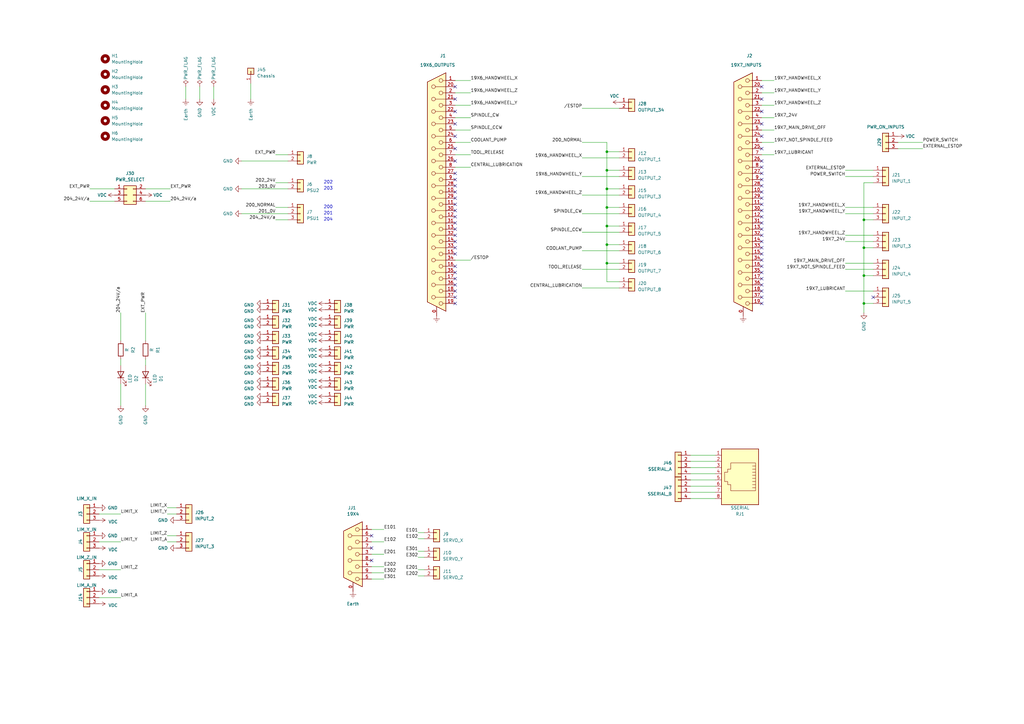
<source format=kicad_sch>
(kicad_sch (version 20230121) (generator eeschema)
  (paper "A3")
  (lib_symbols
    (symbol "Connector:DB37_Female_MountingHoles" (pin_names (offset 1.016) hide)
      (property "Reference" "J" (at 0 52.07 0))
      (property "Value" "DB37_Female_MountingHoles" (at 0 50.165 0))
      (symbol "DB37_Female_MountingHoles_0_1"
        (circle (center -1.778 -45.72) (radius 0.762))
        (circle (center -1.778 -40.64) (radius 0.762))
        (circle (center -1.778 -35.56) (radius 0.762))
        (circle (center -1.778 -30.48) (radius 0.762))
        (circle (center -1.778 -25.4) (radius 0.762))
        (circle (center -1.778 -20.32) (radius 0.762))
        (circle (center -1.778 -15.24) (radius 0.762))
        (circle (center -1.778 -10.16) (radius 0.762))
        (circle (center -1.778 -5.08) (radius 0.762))
        (circle (center -1.778 0) (radius 0.762))
        (circle (center -1.778 5.08) (radius 0.762))
        (circle (center -1.778 10.16) (radius 0.762))
        (circle (center -1.778 15.24) (radius 0.762))
        (circle (center -1.778 20.32) (radius 0.762))
        (circle (center -1.778 25.4) (radius 0.762))
        (circle (center -1.778 30.48) (radius 0.762))
        (circle (center -1.778 35.56) (radius 0.762))
        (circle (center -1.778 40.64) (radius 0.762))
        (circle (center -1.778 45.72) (radius 0.762))
        (polyline (pts (xy -3.81 -45.72) (xy -2.54 -45.72)))
        (polyline (pts (xy -3.81 -43.18) (xy 0.508 -43.18)))
        (polyline (pts (xy -3.81 -40.64) (xy -2.54 -40.64)))
        (polyline (pts (xy -3.81 -38.1) (xy 0.508 -38.1)))
        (polyline (pts (xy -3.81 -35.56) (xy -2.54 -35.56)))
        (polyline (pts (xy -3.81 -33.02) (xy 0.508 -33.02)))
        (polyline (pts (xy -3.81 -30.48) (xy -2.54 -30.48)))
        (polyline (pts (xy -3.81 -27.94) (xy 0.508 -27.94)))
        (polyline (pts (xy -3.81 -25.4) (xy -2.54 -25.4)))
        (polyline (pts (xy -3.81 -22.86) (xy 0.508 -22.86)))
        (polyline (pts (xy -3.81 -20.32) (xy -2.54 -20.32)))
        (polyline (pts (xy -3.81 -17.78) (xy 0.508 -17.78)))
        (polyline (pts (xy -3.81 -15.24) (xy -2.54 -15.24)))
        (polyline (pts (xy -3.81 -12.7) (xy 0.508 -12.7)))
        (polyline (pts (xy -3.81 -10.16) (xy -2.54 -10.16)))
        (polyline (pts (xy -3.81 -7.62) (xy 0.508 -7.62)))
        (polyline (pts (xy -3.81 -5.08) (xy -2.54 -5.08)))
        (polyline (pts (xy -3.81 -2.54) (xy 0.508 -2.54)))
        (polyline (pts (xy -3.81 0) (xy -2.54 0)))
        (polyline (pts (xy -3.81 2.54) (xy 0.508 2.54)))
        (polyline (pts (xy -3.81 5.08) (xy -2.54 5.08)))
        (polyline (pts (xy -3.81 7.62) (xy 0.508 7.62)))
        (polyline (pts (xy -3.81 10.16) (xy -2.54 10.16)))
        (polyline (pts (xy -3.81 12.7) (xy 0.508 12.7)))
        (polyline (pts (xy -3.81 15.24) (xy -2.54 15.24)))
        (polyline (pts (xy -3.81 17.78) (xy 0.508 17.78)))
        (polyline (pts (xy -3.81 20.32) (xy -2.54 20.32)))
        (polyline (pts (xy -3.81 22.86) (xy 0.508 22.86)))
        (polyline (pts (xy -3.81 25.4) (xy -2.54 25.4)))
        (polyline (pts (xy -3.81 27.94) (xy 0.508 27.94)))
        (polyline (pts (xy -3.81 30.48) (xy -2.54 30.48)))
        (polyline (pts (xy -3.81 33.02) (xy 0.508 33.02)))
        (polyline (pts (xy -3.81 35.56) (xy -2.54 35.56)))
        (polyline (pts (xy -3.81 38.1) (xy 0.508 38.1)))
        (polyline (pts (xy -3.81 40.64) (xy -2.54 40.64)))
        (polyline (pts (xy -3.81 43.18) (xy 0.508 43.18)))
        (polyline (pts (xy -3.81 45.72) (xy -2.54 45.72)))
        (polyline (pts (xy -3.81 -48.895) (xy 3.81 -45.085) (xy 3.81 45.085) (xy -3.81 48.895) (xy -3.81 -48.895)) (stroke (width 0.254)) (fill (type background)))
        (circle (center 1.27 -43.18) (radius 0.762))
        (circle (center 1.27 -38.1) (radius 0.762))
        (circle (center 1.27 -33.02) (radius 0.762))
        (circle (center 1.27 -27.94) (radius 0.762))
        (circle (center 1.27 -22.86) (radius 0.762))
        (circle (center 1.27 -17.78) (radius 0.762))
        (circle (center 1.27 -12.7) (radius 0.762))
        (circle (center 1.27 -7.62) (radius 0.762))
        (circle (center 1.27 -2.54) (radius 0.762))
        (circle (center 1.27 2.54) (radius 0.762))
        (circle (center 1.27 7.62) (radius 0.762))
        (circle (center 1.27 12.7) (radius 0.762))
        (circle (center 1.27 17.78) (radius 0.762))
        (circle (center 1.27 22.86) (radius 0.762))
        (circle (center 1.27 27.94) (radius 0.762))
        (circle (center 1.27 33.02) (radius 0.762))
        (circle (center 1.27 38.1) (radius 0.762))
        (circle (center 1.27 43.18) (radius 0.762))
      )
      (symbol "DB37_Female_MountingHoles_1_1"
        (pin passive line (at 0 -50.8 90) (length 3.81) (name "PAD") (number "0"))
        (pin passive line (at -7.62 45.72 0) (length 3.81) (name "1") (number "1"))
        (pin passive line (at -7.62 0 0) (length 3.81) (name "10") (number "10"))
        (pin passive line (at -7.62 -5.08 0) (length 3.81) (name "11") (number "11"))
        (pin passive line (at -7.62 -10.16 0) (length 3.81) (name "12") (number "12"))
        (pin passive line (at -7.62 -15.24 0) (length 3.81) (name "13") (number "13"))
        (pin passive line (at -7.62 -20.32 0) (length 3.81) (name "14") (number "14"))
        (pin passive line (at -7.62 -25.4 0) (length 3.81) (name "15") (number "15"))
        (pin passive line (at -7.62 -30.48 0) (length 3.81) (name "16") (number "16"))
        (pin passive line (at -7.62 -35.56 0) (length 3.81) (name "17") (number "17"))
        (pin passive line (at -7.62 -40.64 0) (length 3.81) (name "18") (number "18"))
        (pin passive line (at -7.62 -45.72 0) (length 3.81) (name "19") (number "19"))
        (pin passive line (at -7.62 40.64 0) (length 3.81) (name "2") (number "2"))
        (pin passive line (at -7.62 43.18 0) (length 3.81) (name "20") (number "20"))
        (pin passive line (at -7.62 38.1 0) (length 3.81) (name "21") (number "21"))
        (pin passive line (at -7.62 33.02 0) (length 3.81) (name "22") (number "22"))
        (pin passive line (at -7.62 27.94 0) (length 3.81) (name "23") (number "23"))
        (pin passive line (at -7.62 22.86 0) (length 3.81) (name "24") (number "24"))
        (pin passive line (at -7.62 17.78 0) (length 3.81) (name "25") (number "25"))
        (pin passive line (at -7.62 12.7 0) (length 3.81) (name "26") (number "26"))
        (pin passive line (at -7.62 7.62 0) (length 3.81) (name "27") (number "27"))
        (pin passive line (at -7.62 2.54 0) (length 3.81) (name "28") (number "28"))
        (pin passive line (at -7.62 -2.54 0) (length 3.81) (name "29") (number "29"))
        (pin passive line (at -7.62 35.56 0) (length 3.81) (name "3") (number "3"))
        (pin passive line (at -7.62 -7.62 0) (length 3.81) (name "30") (number "30"))
        (pin passive line (at -7.62 -12.7 0) (length 3.81) (name "31") (number "31"))
        (pin passive line (at -7.62 -17.78 0) (length 3.81) (name "32") (number "32"))
        (pin passive line (at -7.62 -22.86 0) (length 3.81) (name "33") (number "33"))
        (pin passive line (at -7.62 -27.94 0) (length 3.81) (name "34") (number "34"))
        (pin passive line (at -7.62 -33.02 0) (length 3.81) (name "35") (number "35"))
        (pin passive line (at -7.62 -38.1 0) (length 3.81) (name "36") (number "36"))
        (pin passive line (at -7.62 -43.18 0) (length 3.81) (name "37") (number "37"))
        (pin passive line (at -7.62 30.48 0) (length 3.81) (name "4") (number "4"))
        (pin passive line (at -7.62 25.4 0) (length 3.81) (name "5") (number "5"))
        (pin passive line (at -7.62 20.32 0) (length 3.81) (name "6") (number "6"))
        (pin passive line (at -7.62 15.24 0) (length 3.81) (name "7") (number "7"))
        (pin passive line (at -7.62 10.16 0) (length 3.81) (name "8") (number "8"))
        (pin passive line (at -7.62 5.08 0) (length 3.81) (name "9") (number "9"))
      )
    )
    (symbol "Connector:DE9_Receptacle_MountingHoles" (pin_names (offset 1.016) hide)
      (property "Reference" "J" (at 0 16.51 0))
      (property "Value" "DE9_Receptacle_MountingHoles" (at 0 14.605 0))
      (symbol "DE9_Receptacle_MountingHoles_0_1"
        (circle (center -1.778 -10.16) (radius 0.762))
        (circle (center -1.778 -5.08) (radius 0.762))
        (circle (center -1.778 0) (radius 0.762))
        (circle (center -1.778 5.08) (radius 0.762))
        (circle (center -1.778 10.16) (radius 0.762))
        (polyline (pts (xy -3.81 -10.16) (xy -2.54 -10.16)))
        (polyline (pts (xy -3.81 -7.62) (xy 0.508 -7.62)))
        (polyline (pts (xy -3.81 -5.08) (xy -2.54 -5.08)))
        (polyline (pts (xy -3.81 -2.54) (xy 0.508 -2.54)))
        (polyline (pts (xy -3.81 0) (xy -2.54 0)))
        (polyline (pts (xy -3.81 2.54) (xy 0.508 2.54)))
        (polyline (pts (xy -3.81 5.08) (xy -2.54 5.08)))
        (polyline (pts (xy -3.81 7.62) (xy 0.508 7.62)))
        (polyline (pts (xy -3.81 10.16) (xy -2.54 10.16)))
        (polyline (pts (xy -3.81 13.335) (xy -3.81 -13.335) (xy 3.81 -9.525) (xy 3.81 9.525) (xy -3.81 13.335)) (stroke (width 0.254)) (fill (type background)))
        (circle (center 1.27 -7.62) (radius 0.762))
        (circle (center 1.27 -2.54) (radius 0.762))
        (circle (center 1.27 2.54) (radius 0.762))
        (circle (center 1.27 7.62) (radius 0.762))
      )
      (symbol "DE9_Receptacle_MountingHoles_1_1"
        (pin passive line (at 0 -15.24 90) (length 3.81) (name "PAD") (number "0"))
        (pin passive line (at -7.62 10.16 0) (length 3.81) (name "1") (number "1"))
        (pin passive line (at -7.62 5.08 0) (length 3.81) (name "2") (number "2"))
        (pin passive line (at -7.62 0 0) (length 3.81) (name "3") (number "3"))
        (pin passive line (at -7.62 -5.08 0) (length 3.81) (name "4") (number "4"))
        (pin passive line (at -7.62 -10.16 0) (length 3.81) (name "5") (number "5"))
        (pin passive line (at -7.62 7.62 0) (length 3.81) (name "6") (number "6"))
        (pin passive line (at -7.62 2.54 0) (length 3.81) (name "7") (number "7"))
        (pin passive line (at -7.62 -2.54 0) (length 3.81) (name "8") (number "8"))
        (pin passive line (at -7.62 -7.62 0) (length 3.81) (name "9") (number "9"))
      )
    )
    (symbol "Connector_Generic:Conn_01x01" (pin_names (offset 1.016) hide)
      (property "Reference" "J" (at 0 2.54 0))
      (property "Value" "Conn_01x01" (at 0 -2.54 0))
      (symbol "Conn_01x01_1_1"
        (rectangle (start -1.27 0.127) (end 0 -0.127) (stroke (width 0.1524)))
        (rectangle (start -1.27 1.27) (end 1.27 -1.27) (stroke (width 0.254)) (fill (type background)))
        (pin passive line (at -5.08 0 0) (length 3.81) (name "Pin_1") (number "1"))
      )
    )
    (symbol "Connector_Generic:Conn_01x02" (pin_names (offset 1.016) hide)
      (property "Reference" "J" (at 0 2.54 0))
      (property "Value" "Conn_01x02" (at 0 -5.08 0))
      (symbol "Conn_01x02_1_1"
        (rectangle (start -1.27 -2.413) (end 0 -2.667) (stroke (width 0.1524)))
        (rectangle (start -1.27 0.127) (end 0 -0.127) (stroke (width 0.1524)))
        (rectangle (start -1.27 1.27) (end 1.27 -3.81) (stroke (width 0.254)) (fill (type background)))
        (pin passive line (at -5.08 0 0) (length 3.81) (name "Pin_1") (number "1"))
        (pin passive line (at -5.08 -2.54 0) (length 3.81) (name "Pin_2") (number "2"))
      )
    )
    (symbol "Connector_Generic:Conn_01x03" (pin_names (offset 1.016) hide)
      (property "Reference" "J" (at 0 5.08 0))
      (property "Value" "Conn_01x03" (at 0 -5.08 0))
      (symbol "Conn_01x03_1_1"
        (rectangle (start -1.27 -2.413) (end 0 -2.667) (stroke (width 0.1524)))
        (rectangle (start -1.27 0.127) (end 0 -0.127) (stroke (width 0.1524)))
        (rectangle (start -1.27 2.667) (end 0 2.413) (stroke (width 0.1524)))
        (rectangle (start -1.27 3.81) (end 1.27 -3.81) (stroke (width 0.254)) (fill (type background)))
        (pin passive line (at -5.08 2.54 0) (length 3.81) (name "Pin_1") (number "1"))
        (pin passive line (at -5.08 0 0) (length 3.81) (name "Pin_2") (number "2"))
        (pin passive line (at -5.08 -2.54 0) (length 3.81) (name "Pin_3") (number "3"))
      )
    )
    (symbol "Connector_Generic:Conn_01x04" (pin_names (offset 1.016) hide)
      (property "Reference" "J" (at 0 5.08 0))
      (property "Value" "Conn_01x04" (at 0 -7.62 0))
      (symbol "Conn_01x04_1_1"
        (rectangle (start -1.27 -4.953) (end 0 -5.207) (stroke (width 0.1524)))
        (rectangle (start -1.27 -2.413) (end 0 -2.667) (stroke (width 0.1524)))
        (rectangle (start -1.27 0.127) (end 0 -0.127) (stroke (width 0.1524)))
        (rectangle (start -1.27 2.667) (end 0 2.413) (stroke (width 0.1524)))
        (rectangle (start -1.27 3.81) (end 1.27 -6.35) (stroke (width 0.254)) (fill (type background)))
        (pin passive line (at -5.08 2.54 0) (length 3.81) (name "Pin_1") (number "1"))
        (pin passive line (at -5.08 0 0) (length 3.81) (name "Pin_2") (number "2"))
        (pin passive line (at -5.08 -2.54 0) (length 3.81) (name "Pin_3") (number "3"))
        (pin passive line (at -5.08 -5.08 0) (length 3.81) (name "Pin_4") (number "4"))
      )
    )
    (symbol "Connector_Generic:Conn_02x03_Odd_Even" (pin_names (offset 1.016) hide)
      (property "Reference" "J" (at 1.27 5.08 0))
      (property "Value" "Conn_02x03_Odd_Even" (at 1.27 -5.08 0))
      (symbol "Conn_02x03_Odd_Even_1_1"
        (rectangle (start -1.27 -2.413) (end 0 -2.667) (stroke (width 0.1524)))
        (rectangle (start -1.27 0.127) (end 0 -0.127) (stroke (width 0.1524)))
        (rectangle (start -1.27 2.667) (end 0 2.413) (stroke (width 0.1524)))
        (rectangle (start -1.27 3.81) (end 3.81 -3.81) (stroke (width 0.254)) (fill (type background)))
        (rectangle (start 3.81 -2.413) (end 2.54 -2.667) (stroke (width 0.1524)))
        (rectangle (start 3.81 0.127) (end 2.54 -0.127) (stroke (width 0.1524)))
        (rectangle (start 3.81 2.667) (end 2.54 2.413) (stroke (width 0.1524)))
        (pin passive line (at -5.08 2.54 0) (length 3.81) (name "Pin_1") (number "1"))
        (pin passive line (at 7.62 2.54 180) (length 3.81) (name "Pin_2") (number "2"))
        (pin passive line (at -5.08 0 0) (length 3.81) (name "Pin_3") (number "3"))
        (pin passive line (at 7.62 0 180) (length 3.81) (name "Pin_4") (number "4"))
        (pin passive line (at -5.08 -2.54 0) (length 3.81) (name "Pin_5") (number "5"))
        (pin passive line (at 7.62 -2.54 180) (length 3.81) (name "Pin_6") (number "6"))
      )
    )
    (symbol "Device:LED" (pin_numbers hide) (pin_names (offset 1.016) hide)
      (property "Reference" "D" (at 0 2.54 0))
      (property "Value" "LED" (at 0 -2.54 0))
      (symbol "LED_0_1"
        (polyline (pts (xy -1.27 -1.27) (xy -1.27 1.27)) (stroke (width 0.254)))
        (polyline (pts (xy -1.27 0) (xy 1.27 0)))
        (polyline (pts (xy 1.27 -1.27) (xy 1.27 1.27) (xy -1.27 0) (xy 1.27 -1.27)) (stroke (width 0.254)))
        (polyline (pts (xy -3.048 -0.762) (xy -4.572 -2.286) (xy -3.81 -2.286) (xy -4.572 -2.286) (xy -4.572 -1.524)))
        (polyline (pts (xy -1.778 -0.762) (xy -3.302 -2.286) (xy -2.54 -2.286) (xy -3.302 -2.286) (xy -3.302 -1.524)))
      )
      (symbol "LED_1_1"
        (pin passive line (at -3.81 0 0) (length 2.54) (name "K") (number "1"))
        (pin passive line (at 3.81 0 180) (length 2.54) (name "A") (number "2"))
      )
    )
    (symbol "Device:R" (pin_numbers hide) (pin_names (offset 0))
      (property "Reference" "R" (at 2.032 0 90))
      (property "Value" "R" (at 0 0 90))
      (symbol "R_0_1"
        (rectangle (start -1.016 -2.54) (end 1.016 2.54) (stroke (width 0.254)))
      )
      (symbol "R_1_1"
        (pin passive line (at 0 3.81 270) (length 1.27) (name "~") (number "1"))
        (pin passive line (at 0 -3.81 90) (length 1.27) (name "~") (number "2"))
      )
    )
    (symbol "MTJ-88FX1:MTJ-88FX1" (pin_names (offset 1.016))
      (property "Reference" "RJ" (at -5.08 13.97 0))
      (property "Value" "MTJ-88FX1" (at 2.54 13.97 0))
      (symbol "MTJ-88FX1_0_1"
        (polyline (pts (xy -5.08 4.445) (xy -6.35 4.445)))
        (polyline (pts (xy -5.08 5.715) (xy -6.35 5.715)))
        (polyline (pts (xy -6.35 -3.175) (xy -5.08 -3.175) (xy -5.08 -3.175)))
        (polyline (pts (xy -6.35 -1.905) (xy -5.08 -1.905) (xy -5.08 -1.905)))
        (polyline (pts (xy -6.35 -0.635) (xy -5.08 -0.635) (xy -5.08 -0.635)))
        (polyline (pts (xy -6.35 0.635) (xy -5.08 0.635) (xy -5.08 0.635)))
        (polyline (pts (xy -6.35 1.905) (xy -5.08 1.905) (xy -5.08 1.905)))
        (polyline (pts (xy -5.08 3.175) (xy -6.35 3.175) (xy -6.35 3.175)))
        (polyline (pts (xy -6.35 -4.445) (xy -6.35 6.985) (xy 3.81 6.985) (xy 3.81 4.445) (xy 5.08 4.445) (xy 5.08 3.175) (xy 6.35 3.175) (xy 6.35 -0.635) (xy 5.08 -0.635) (xy 5.08 -1.905) (xy 3.81 -1.905) (xy 3.81 -4.445) (xy -6.35 -4.445) (xy -6.35 -4.445)))
        (rectangle (start 7.62 12.7) (end -7.62 -10.16) (stroke (width 0.254)) (fill (type background)))
      )
      (symbol "MTJ-88FX1_1_1"
        (pin passive line (at 10.16 -7.62 180) (length 2.54) (name "~") (number "1"))
        (pin passive line (at 10.16 -5.08 180) (length 2.54) (name "~") (number "2"))
        (pin passive line (at 10.16 -2.54 180) (length 2.54) (name "~") (number "3"))
        (pin passive line (at 10.16 0 180) (length 2.54) (name "~") (number "4"))
        (pin passive line (at 10.16 2.54 180) (length 2.54) (name "~") (number "5"))
        (pin passive line (at 10.16 5.08 180) (length 2.54) (name "~") (number "6"))
        (pin passive line (at 10.16 7.62 180) (length 2.54) (name "~") (number "7"))
        (pin passive line (at 10.16 10.16 180) (length 2.54) (name "~") (number "8"))
      )
    )
    (symbol "Mechanical:MountingHole" (pin_names (offset 1.016))
      (property "Reference" "H" (at 0 5.08 0))
      (property "Value" "MountingHole" (at 0 3.175 0))
      (symbol "MountingHole_0_1"
        (circle (center 0 0) (radius 1.27) (stroke (width 1.27)))
      )
    )
    (symbol "power:Earth" (power) (pin_names (offset 0))
      (symbol "Earth_0_1"
        (polyline (pts (xy -0.635 -1.905) (xy 0.635 -1.905)))
        (polyline (pts (xy -0.127 -2.54) (xy 0.127 -2.54)))
        (polyline (pts (xy 0 -1.27) (xy 0 0)))
        (polyline (pts (xy 1.27 -1.27) (xy -1.27 -1.27)))
      )
      (symbol "Earth_1_1"
        (pin power_in line (at 0 0 270) (length 0) hide (name "Earth") (number "1"))
      )
    )
    (symbol "power:GND" (power) (pin_names (offset 0))
      (property "Value" "GND" (at 0 -3.81 0))
      (symbol "GND_0_1"
        (polyline (pts (xy 0 0) (xy 0 -1.27) (xy 1.27 -1.27) (xy 0 -2.54) (xy -1.27 -1.27) (xy 0 -1.27)))
      )
      (symbol "GND_1_1"
        (pin power_in line (at 0 0 270) (length 0) hide (name "GND") (number "1"))
      )
    )
    (symbol "power:PWR_FLAG" (power) (pin_numbers hide) (pin_names (offset 0) hide)
      (property "Value" "PWR_FLAG" (at 0 3.81 0))
      (symbol "PWR_FLAG_0_0"
        (pin power_out line (at 0 0 90) (length 0) (name "pwr") (number "1"))
      )
      (symbol "PWR_FLAG_0_1"
        (polyline (pts (xy 0 0) (xy 0 1.27) (xy -1.016 1.905) (xy 0 2.54) (xy 1.016 1.905) (xy 0 1.27)))
      )
    )
    (symbol "power:VDC" (power) (pin_names (offset 0))
      (property "Value" "VDC" (at 0 6.35 0))
      (symbol "VDC_0_1"
        (polyline (pts (xy -0.762 1.27) (xy 0 2.54)))
        (polyline (pts (xy 0 0) (xy 0 2.54)))
        (polyline (pts (xy 0 2.54) (xy 0.762 1.27)))
      )
      (symbol "VDC_1_1"
        (pin power_in line (at 0 0 90) (length 0) hide (name "VDC") (number "1"))
      )
    )
  )
  (junction (at 248.92 62.23))
  (junction (at 248.92 69.85))
  (junction (at 248.92 85.09))
  (junction (at 248.92 107.95))
  (junction (at 354.33 101.6))
  (junction (at 248.92 100.33))
  (junction (at 248.92 77.47))
  (junction (at 354.33 90.17))
  (junction (at 354.33 113.03))
  (junction (at 354.33 124.46))
  (junction (at 248.92 92.71))
  (no_connect (at 312.42 101.6))
  (no_connect (at 312.42 99.06))
  (no_connect (at 186.69 93.98))
  (no_connect (at 312.42 93.98))
  (no_connect (at 312.42 114.3))
  (no_connect (at 312.42 124.46))
  (no_connect (at 186.69 50.8))
  (no_connect (at 186.69 83.82))
  (no_connect (at 186.69 55.88))
  (no_connect (at 312.42 40.64))
  (no_connect (at 186.69 119.38))
  (no_connect (at 312.42 45.72))
  (no_connect (at 312.42 88.9))
  (no_connect (at 312.42 78.74))
  (no_connect (at 152.4 224.79))
  (no_connect (at 186.69 101.6))
  (no_connect (at 186.69 88.9))
  (no_connect (at 312.42 106.68))
  (no_connect (at 312.42 83.82))
  (no_connect (at 312.42 71.12))
  (no_connect (at 186.69 114.3))
  (no_connect (at 312.42 96.52))
  (no_connect (at 312.42 116.84))
  (no_connect (at 312.42 119.38))
  (no_connect (at 312.42 66.04))
  (no_connect (at 186.69 111.76))
  (no_connect (at 186.69 121.92))
  (no_connect (at 312.42 121.92))
  (no_connect (at 312.42 109.22))
  (no_connect (at 186.69 60.96))
  (no_connect (at 312.42 86.36))
  (no_connect (at 186.69 45.72))
  (no_connect (at 186.69 99.06))
  (no_connect (at 186.69 40.64))
  (no_connect (at 186.69 86.36))
  (no_connect (at 186.69 124.46))
  (no_connect (at 312.42 55.88))
  (no_connect (at 152.4 219.71))
  (no_connect (at 186.69 66.04))
  (no_connect (at 186.69 104.14))
  (no_connect (at 186.69 73.66))
  (no_connect (at 312.42 81.28))
  (no_connect (at 312.42 111.76))
  (no_connect (at 186.69 91.44))
  (no_connect (at 312.42 91.44))
  (no_connect (at 186.69 78.74))
  (no_connect (at 186.69 81.28))
  (no_connect (at 312.42 73.66))
  (no_connect (at 186.69 35.56))
  (no_connect (at 312.42 60.96))
  (no_connect (at 358.14 121.92))
  (no_connect (at 312.42 104.14))
  (no_connect (at 186.69 116.84))
  (no_connect (at 312.42 50.8))
  (no_connect (at 312.42 35.56))
  (no_connect (at 186.69 71.12))
  (no_connect (at 186.69 76.2))
  (no_connect (at 186.69 109.22))
  (no_connect (at 312.42 76.2))
  (no_connect (at 186.69 96.52))
  (no_connect (at 312.42 68.58))
  (no_connect (at 152.4 229.87))
  (wire (pts (xy 59.69 128.27) (xy 59.69 139.7)))
  (wire (pts (xy 248.92 85.09) (xy 254 85.09)))
  (wire (pts (xy 346.71 99.06) (xy 358.14 99.06)))
  (wire (pts (xy 358.14 74.93) (xy 354.33 74.93)))
  (wire (pts (xy 317.5 38.1) (xy 312.42 38.1)))
  (wire (pts (xy 248.92 85.09) (xy 248.92 92.71)))
  (wire (pts (xy 248.92 107.95) (xy 254 107.95)))
  (wire (pts (xy 346.71 119.38) (xy 358.14 119.38)))
  (wire (pts (xy 68.58 219.71) (xy 72.39 219.71)))
  (wire (pts (xy 152.4 227.33) (xy 157.48 227.33)))
  (wire (pts (xy 248.92 100.33) (xy 248.92 107.95)))
  (wire (pts (xy 346.71 69.85) (xy 358.14 69.85)))
  (wire (pts (xy 248.92 100.33) (xy 254 100.33)))
  (wire (pts (xy 368.3 58.42) (xy 378.46 58.42)))
  (wire (pts (xy 248.92 115.57) (xy 254 115.57)))
  (wire (pts (xy 248.92 77.47) (xy 248.92 85.09)))
  (wire (pts (xy 317.5 33.02) (xy 312.42 33.02)))
  (wire (pts (xy 238.76 44.45) (xy 254 44.45)))
  (wire (pts (xy 248.92 77.47) (xy 254 77.47)))
  (wire (pts (xy 186.69 53.34) (xy 193.04 53.34)))
  (wire (pts (xy 59.69 82.55) (xy 69.85 82.55)))
  (wire (pts (xy 354.33 128.27) (xy 354.33 124.46)))
  (wire (pts (xy 238.76 72.39) (xy 254 72.39)))
  (wire (pts (xy 354.33 101.6) (xy 354.33 90.17)))
  (wire (pts (xy 102.87 34.29) (xy 102.87 40.64)))
  (wire (pts (xy 283.21 199.39) (xy 293.37 199.39)))
  (wire (pts (xy 152.4 234.95) (xy 157.48 234.95)))
  (wire (pts (xy 99.06 87.63) (xy 118.11 87.63)))
  (wire (pts (xy 238.76 102.87) (xy 254 102.87)))
  (wire (pts (xy 238.76 110.49) (xy 254 110.49)))
  (wire (pts (xy 346.71 107.95) (xy 358.14 107.95)))
  (wire (pts (xy 317.5 43.18) (xy 312.42 43.18)))
  (wire (pts (xy 317.5 53.34) (xy 312.42 53.34)))
  (wire (pts (xy 248.92 58.42) (xy 248.92 62.23)))
  (wire (pts (xy 283.21 191.77) (xy 293.37 191.77)))
  (wire (pts (xy 238.76 118.11) (xy 254 118.11)))
  (wire (pts (xy 248.92 69.85) (xy 254 69.85)))
  (wire (pts (xy 346.71 110.49) (xy 358.14 110.49)))
  (wire (pts (xy 354.33 113.03) (xy 354.33 124.46)))
  (wire (pts (xy 186.69 33.02) (xy 193.04 33.02)))
  (wire (pts (xy 49.53 233.68) (xy 40.64 233.68)))
  (wire (pts (xy 238.76 80.01) (xy 254 80.01)))
  (wire (pts (xy 354.33 113.03) (xy 354.33 101.6)))
  (wire (pts (xy 283.21 186.69) (xy 293.37 186.69)))
  (wire (pts (xy 171.45 218.44) (xy 173.99 218.44)))
  (wire (pts (xy 59.69 77.47) (xy 69.85 77.47)))
  (wire (pts (xy 368.3 60.96) (xy 378.46 60.96)))
  (wire (pts (xy 248.92 62.23) (xy 248.92 69.85)))
  (wire (pts (xy 49.53 222.25) (xy 40.64 222.25)))
  (wire (pts (xy 354.33 101.6) (xy 358.14 101.6)))
  (wire (pts (xy 186.69 106.68) (xy 193.04 106.68)))
  (wire (pts (xy 152.4 217.17) (xy 157.48 217.17)))
  (wire (pts (xy 283.21 204.47) (xy 293.37 204.47)))
  (wire (pts (xy 68.58 222.25) (xy 72.39 222.25)))
  (wire (pts (xy 238.76 95.25) (xy 254 95.25)))
  (wire (pts (xy 248.92 69.85) (xy 248.92 77.47)))
  (wire (pts (xy 113.03 74.93) (xy 118.11 74.93)))
  (wire (pts (xy 113.03 90.17) (xy 118.11 90.17)))
  (wire (pts (xy 49.53 128.27) (xy 49.53 139.7)))
  (wire (pts (xy 113.03 85.09) (xy 118.11 85.09)))
  (wire (pts (xy 283.21 201.93) (xy 293.37 201.93)))
  (wire (pts (xy 171.45 236.22) (xy 173.99 236.22)))
  (wire (pts (xy 346.71 85.09) (xy 358.14 85.09)))
  (wire (pts (xy 113.03 63.5) (xy 118.11 63.5)))
  (wire (pts (xy 59.69 147.32) (xy 59.69 149.86)))
  (wire (pts (xy 59.69 166.37) (xy 59.69 157.48)))
  (wire (pts (xy 346.71 96.52) (xy 358.14 96.52)))
  (wire (pts (xy 49.53 147.32) (xy 49.53 149.86)))
  (wire (pts (xy 186.69 38.1) (xy 193.04 38.1)))
  (wire (pts (xy 171.45 226.06) (xy 173.99 226.06)))
  (wire (pts (xy 238.76 58.42) (xy 248.92 58.42)))
  (wire (pts (xy 68.58 208.28) (xy 72.39 208.28)))
  (wire (pts (xy 152.4 222.25) (xy 157.48 222.25)))
  (wire (pts (xy 354.33 90.17) (xy 358.14 90.17)))
  (wire (pts (xy 186.69 68.58) (xy 193.04 68.58)))
  (wire (pts (xy 76.2 35.56) (xy 76.2 40.64)))
  (wire (pts (xy 152.4 232.41) (xy 157.48 232.41)))
  (wire (pts (xy 248.92 92.71) (xy 248.92 100.33)))
  (wire (pts (xy 171.45 228.6) (xy 173.99 228.6)))
  (wire (pts (xy 283.21 189.23) (xy 293.37 189.23)))
  (wire (pts (xy 186.69 43.18) (xy 193.04 43.18)))
  (wire (pts (xy 171.45 220.98) (xy 173.99 220.98)))
  (wire (pts (xy 99.06 66.04) (xy 118.11 66.04)))
  (wire (pts (xy 346.71 87.63) (xy 358.14 87.63)))
  (wire (pts (xy 186.69 63.5) (xy 193.04 63.5)))
  (wire (pts (xy 354.33 124.46) (xy 358.14 124.46)))
  (wire (pts (xy 283.21 194.31) (xy 293.37 194.31)))
  (wire (pts (xy 248.92 92.71) (xy 254 92.71)))
  (wire (pts (xy 171.45 233.68) (xy 173.99 233.68)))
  (wire (pts (xy 238.76 87.63) (xy 254 87.63)))
  (wire (pts (xy 283.21 196.85) (xy 293.37 196.85)))
  (wire (pts (xy 248.92 107.95) (xy 248.92 115.57)))
  (wire (pts (xy 68.58 210.82) (xy 72.39 210.82)))
  (wire (pts (xy 186.69 58.42) (xy 193.04 58.42)))
  (wire (pts (xy 354.33 113.03) (xy 358.14 113.03)))
  (wire (pts (xy 317.5 63.5) (xy 312.42 63.5)))
  (wire (pts (xy 36.83 82.55) (xy 46.99 82.55)))
  (wire (pts (xy 49.53 245.11) (xy 40.64 245.11)))
  (wire (pts (xy 81.915 35.56) (xy 81.915 40.64)))
  (wire (pts (xy 346.71 72.39) (xy 358.14 72.39)))
  (wire (pts (xy 317.5 48.26) (xy 312.42 48.26)))
  (wire (pts (xy 248.92 62.23) (xy 254 62.23)))
  (wire (pts (xy 152.4 237.49) (xy 157.48 237.49)))
  (wire (pts (xy 238.76 64.77) (xy 254 64.77)))
  (wire (pts (xy 99.06 77.47) (xy 118.11 77.47)))
  (wire (pts (xy 317.5 58.42) (xy 312.42 58.42)))
  (wire (pts (xy 354.33 74.93) (xy 354.33 90.17)))
  (wire (pts (xy 49.53 166.37) (xy 49.53 157.48)))
  (wire (pts (xy 186.69 48.26) (xy 193.04 48.26)))
  (wire (pts (xy 36.83 77.47) (xy 46.99 77.47)))
  (wire (pts (xy 49.53 210.82) (xy 40.64 210.82)))
  (wire (pts (xy 87.63 35.56) (xy 87.63 40.64)))
  (text "204" (at 132.715 90.805 0) (effects (font (size 1.27 1.27)) (justify left bottom)))
  (text "201" (at 132.715 88.265 0) (effects (font (size 1.27 1.27)) (justify left bottom)))
  (text "202" (at 132.715 75.565 0) (effects (font (size 1.27 1.27)) (justify left bottom)))
  (text "203" (at 132.715 78.105 0) (effects (font (size 1.27 1.27)) (justify left bottom)))
  (text "200" (at 132.715 85.725 0) (effects (font (size 1.27 1.27)) (justify left bottom)))
  (label "E302" (at 157.48 234.95 0))
  (label "19X7_24V" (at 346.71 99.06 180))
  (label "LIMIT_Α" (at 68.58 222.25 180))
  (label "LIMIT_Α" (at 49.53 245.11 0))
  (label "E101" (at 171.45 218.44 180))
  (label "19X6_HANDWHEEL_Y" (at 193.04 43.18 0))
  (label "LIMIT_Υ" (at 49.53 222.25 0))
  (label "200_NORMAL" (at 113.03 85.09 180))
  (label "204_24V{slash}a" (at 113.03 90.17 180))
  (label "204_24V{slash}a" (at 49.53 128.27 90))
  (label "SPINDLE_CCW" (at 193.04 53.34 0))
  (label "19X6_HANDWHEEL_X" (at 193.04 33.02 0))
  (label "EXTERNAL_ESTOP" (at 346.71 69.85 180))
  (label "{slash}ESTOP" (at 238.76 44.45 180))
  (label "19X7_NOT_SPINDLE_FEED" (at 346.71 110.49 180))
  (label "203_0V" (at 113.03 77.47 180))
  (label "COOLANT_PUMP" (at 193.04 58.42 0))
  (label "E302" (at 171.45 228.6 180))
  (label "POWER_SWITCH" (at 378.46 58.42 0))
  (label "19X7_HANDWHEEL_Y" (at 346.71 87.63 180))
  (label "EXT_PWR" (at 36.83 77.47 180))
  (label "202_24V" (at 113.03 74.93 180))
  (label "204_24V{slash}a" (at 36.83 82.55 180))
  (label "E101" (at 157.48 217.17 0))
  (label "SPINDLE_CW" (at 193.04 48.26 0))
  (label "19X7_LUBRICANT" (at 317.5 63.5 0))
  (label "CENTRAL_LUBRICATION" (at 193.04 68.58 0))
  (label "201_0V" (at 113.03 87.63 180))
  (label "19X7_NOT_SPINDLE_FEED" (at 317.5 58.42 0))
  (label "EXT_PWR" (at 59.69 128.27 90))
  (label "EXTERNAL_ESTOP" (at 378.46 60.96 0))
  (label "E201" (at 171.45 233.68 180))
  (label "SPINDLE_CCW" (at 238.76 95.25 180))
  (label "E202" (at 157.48 232.41 0))
  (label "19X7_MAIN_DRIVE_OFF" (at 317.5 53.34 0))
  (label "COOLANT_PUMP" (at 238.76 102.87 180))
  (label "LIMIT_Υ" (at 68.58 210.82 180))
  (label "E102" (at 157.48 222.25 0))
  (label "19X7_HANDWHEEL_X" (at 317.5 33.02 0))
  (label "19X7_MAIN_DRIVE_OFF" (at 346.71 107.95 180))
  (label "E301" (at 171.45 226.06 180))
  (label "LIMIT_X" (at 68.58 208.28 180))
  (label "SPINDLE_CW" (at 238.76 87.63 180))
  (label "EXT_PWR" (at 113.03 63.5 180))
  (label "E102" (at 171.45 220.98 180))
  (label "19X6_HANDWHEEL_Z" (at 238.76 80.01 180))
  (label "TOOL_RELEASE" (at 193.04 63.5 0))
  (label "200_NORMAL" (at 238.76 58.42 180))
  (label "19X7_HANDWHEEL_Z" (at 317.5 43.18 0))
  (label "19X7_HANDWHEEL_X" (at 346.71 85.09 180))
  (label "CENTRAL_LUBRICATION" (at 238.76 118.11 180))
  (label "19X6_HANDWHEEL_Z" (at 193.04 38.1 0))
  (label "E301" (at 157.48 237.49 0))
  (label "19X7_LUBRICANT" (at 346.71 119.38 180))
  (label "E202" (at 171.45 236.22 180))
  (label "TOOL_RELEASE" (at 238.76 110.49 180))
  (label "204_24V{slash}a" (at 69.85 82.55 0))
  (label "E201" (at 157.48 227.33 0))
  (label "POWER_SWITCH" (at 346.71 72.39 180))
  (label "19X7_24V" (at 317.5 48.26 0))
  (label "LIMIT_Ζ" (at 68.58 219.71 180))
  (label "LIMIT_Ζ" (at 49.53 233.68 0))
  (label "19X6_HANDWHEEL_X" (at 238.76 64.77 180))
  (label "19X6_HANDWHEEL_Y" (at 238.76 72.39 180))
  (label "{slash}ESTOP" (at 193.04 106.68 0))
  (label "EXT_PWR" (at 69.85 77.47 0))
  (label "LIMIT_X" (at 49.53 210.82 0))
  (label "19X7_HANDWHEEL_Y" (at 317.5 38.1 0))
  (label "19X7_HANDWHEEL_Z" (at 346.71 96.52 180))
  (symbol (lib_id "Connector_Generic:Conn_01x02") (at 113.03 162.56 0) (unit 1)
    (property "Reference" "J37" (at 115.57 163.195 0) (effects (justify left)))
    (property "Value" "PWR" (at 115.57 165.735 0) (effects (justify left)))
    (property "Footprint" "XY2500R-C(5.08)-2P:XY2500R-C(5.08)-2P" (effects hide))
  )
  (symbol (lib_id "power:VDC") (at 40.64 247.65 270) (mirror x) (unit 1)
    (property "Reference" "#PWR018" (effects hide))
    (property "Value" "VDC" (at 44.45 248.285 90) (effects (justify left)))
  )
  (symbol (lib_id "Connector_Generic:Conn_01x03") (at 363.22 58.42 0) (mirror y) (unit 1)
    (property "Reference" "J29" (at 360.68 58.42 90))
    (property "Value" "PWR_ON_INPUTS" (at 363.22 52.07 0))
    (property "Footprint" "XY2500R-C(5.08)-3P:XY2500R-C(5.08)-3P" (effects hide))
  )
  (symbol (lib_id "power:GND") (at 72.39 213.36 270) (mirror x) (unit 1)
    (property "Reference" "#PWR015" (effects hide))
    (property "Value" "GND" (at 64.77 213.36 90) (effects (justify left)))
  )
  (symbol (lib_id "power:VDC") (at 133.35 162.56 90) (mirror x) (unit 1)
    (property "Reference" "#PWR053" (effects hide))
    (property "Value" "VDC" (at 128.27 162.56 90))
  )
  (symbol (lib_id "power:Earth") (at 179.07 129.54 0) (mirror y) (unit 1)
    (property "Reference" "#PWR05" (effects hide))
    (property "Value" "Earth" (effects hide))
  )
  (symbol (lib_id "Device:LED") (at 49.53 153.67 90) (unit 1)
    (property "Reference" "D2" (at 55.88 155.2575 0))
    (property "Value" "LED" (at 53.34 155.2575 0))
    (property "Footprint" "LED_THT:LED_D5.0mm" (effects hide))
  )
  (symbol (lib_id "Mechanical:MountingHole") (at 43.18 30.48 0) (unit 1)
    (property "Reference" "H2" (at 45.72 29.2099 0) (effects (justify left)))
    (property "Value" "MountingHole" (at 45.72 31.7499 0) (effects (justify left)))
    (property "Footprint" "MountingHole:MountingHole_4.5mm" (effects hide))
  )
  (symbol (lib_id "power:VDC") (at 368.3 55.88 270) (mirror x) (unit 1)
    (property "Reference" "#PWR024" (effects hide))
    (property "Value" "VDC" (at 373.38 55.88 90))
  )
  (symbol (lib_id "power:VDC") (at 133.35 133.35 90) (mirror x) (unit 1)
    (property "Reference" "#PWR044" (effects hide))
    (property "Value" "VDC" (at 128.27 133.35 90))
  )
  (symbol (lib_id "Connector_Generic:Conn_01x02") (at 113.03 149.86 0) (unit 1)
    (property "Reference" "J35" (at 115.57 150.495 0) (effects (justify left)))
    (property "Value" "PWR" (at 115.57 153.035 0) (effects (justify left)))
    (property "Footprint" "XY2500R-C(5.08)-2P:XY2500R-C(5.08)-2P" (effects hide))
  )
  (symbol (lib_id "power:GND") (at 81.915 40.64 0) (unit 1)
    (property "Reference" "#PWR03" (effects hide))
    (property "Value" "GND" (at 81.915 48.26 90) (effects (justify left)))
  )
  (symbol (lib_id "power:GND") (at 40.64 208.28 90) (mirror x) (unit 1)
    (property "Reference" "#PWR07" (effects hide))
    (property "Value" "GND" (at 48.26 208.28 90) (effects (justify left)))
  )
  (symbol (lib_id "Connector_Generic:Conn_01x03") (at 123.19 87.63 0) (unit 1)
    (property "Reference" "J7" (at 125.73 86.995 0) (effects (justify left)))
    (property "Value" "PSU1" (at 125.73 89.535 0) (effects (justify left)))
    (property "Footprint" "XY2500R-C(5.08)-3P:XY2500R-C(5.08)-3P" (effects hide))
  )
  (symbol (lib_id "Connector_Generic:Conn_01x02") (at 138.43 143.51 0) (unit 1)
    (property "Reference" "J41" (at 140.97 144.145 0) (effects (justify left)))
    (property "Value" "PWR" (at 140.97 146.685 0) (effects (justify left)))
    (property "Footprint" "XY2500R-C(5.08)-2P:XY2500R-C(5.08)-2P" (effects hide))
  )
  (symbol (lib_id "Connector_Generic:Conn_01x02") (at 179.07 226.06 0) (unit 1)
    (property "Reference" "J10" (at 181.61 226.695 0) (effects (justify left)))
    (property "Value" "SERVO_Y" (at 181.61 229.235 0) (effects (justify left)))
  )
  (symbol (lib_id "Connector_Generic:Conn_01x03") (at 77.47 210.82 0) (unit 1)
    (property "Reference" "J26" (at 80.01 210.185 0) (effects (justify left)))
    (property "Value" "INPUT_2" (at 80.01 212.725 0) (effects (justify left)))
  )
  (symbol (lib_id "power:VDC") (at 87.63 40.64 0) (mirror x) (unit 1)
    (property "Reference" "#PWR023" (effects hide))
    (property "Value" "VDC" (at 87.63 45.72 90))
  )
  (symbol (lib_id "power:Earth") (at 144.78 242.57 0) (mirror y) (unit 1)
    (property "Reference" "#PWR013" (effects hide))
    (property "Value" "Earth" (at 144.78 247.65 0))
  )
  (symbol (lib_id "Connector_Generic:Conn_01x02") (at 138.43 162.56 0) (unit 1)
    (property "Reference" "J44" (at 140.97 163.195 0) (effects (justify left)))
    (property "Value" "PWR" (at 140.97 165.735 0) (effects (justify left)))
    (property "Footprint" "XY2500R-C(5.08)-2P:XY2500R-C(5.08)-2P" (effects hide))
  )
  (symbol (lib_id "power:GND") (at 107.95 124.46 270) (unit 1)
    (property "Reference" "#PWR014" (effects hide))
    (property "Value" "GND" (at 104.14 125.095 90) (effects (justify right)))
  )
  (symbol (lib_id "power:VDC") (at 133.35 143.51 90) (mirror x) (unit 1)
    (property "Reference" "#PWR047" (effects hide))
    (property "Value" "VDC" (at 128.27 143.51 90))
  )
  (symbol (lib_id "power:GND") (at 107.95 162.56 270) (unit 1)
    (property "Reference" "#PWR039" (effects hide))
    (property "Value" "GND" (at 104.14 163.195 90) (effects (justify right)))
  )
  (symbol (lib_id "power:GND") (at 40.64 231.14 90) (mirror x) (unit 1)
    (property "Reference" "#PWR011" (effects hide))
    (property "Value" "GND" (at 48.26 231.14 90) (effects (justify left)))
  )
  (symbol (lib_id "Connector_Generic:Conn_01x02") (at 259.08 107.95 0) (unit 1)
    (property "Reference" "J19" (at 261.62 108.585 0) (effects (justify left)))
    (property "Value" "OUTPUT_7" (at 261.62 111.125 0) (effects (justify left)))
  )
  (symbol (lib_id "power:GND") (at 107.95 152.4 270) (unit 1)
    (property "Reference" "#PWR036" (effects hide))
    (property "Value" "GND" (at 104.14 153.035 90) (effects (justify right)))
  )
  (symbol (lib_id "power:GND") (at 72.39 224.79 270) (mirror x) (unit 1)
    (property "Reference" "#PWR016" (effects hide))
    (property "Value" "GND" (at 64.77 224.79 90) (effects (justify left)))
  )
  (symbol (lib_id "power:PWR_FLAG") (at 87.63 35.56 0) (unit 1)
    (property "Reference" "#FLG03" (effects hide))
    (property "Value" "PWR_FLAG" (at 87.63 27.94 90))
  )
  (symbol (lib_id "Connector_Generic:Conn_01x02") (at 113.03 124.46 0) (unit 1)
    (property "Reference" "J31" (at 115.57 125.095 0) (effects (justify left)))
    (property "Value" "PWR" (at 115.57 127.635 0) (effects (justify left)))
    (property "Footprint" "XY2500R-C(5.08)-2P:XY2500R-C(5.08)-2P" (effects hide))
  )
  (symbol (lib_id "Device:R") (at 59.69 143.51 0) (unit 1)
    (property "Reference" "R1" (at 64.77 143.51 90))
    (property "Value" "R" (at 62.23 143.51 90))
    (property "Footprint" "Resistor_THT:R_Axial_DIN0207_L6.3mm_D2.5mm_P10.16mm_Horizontal" (effects hide))
  )
  (symbol (lib_id "Connector_Generic:Conn_01x03") (at 363.22 110.49 0) (unit 1)
    (property "Reference" "J24" (at 365.76 109.855 0) (effects (justify left)))
    (property "Value" "INPUT_4" (at 365.76 112.395 0) (effects (justify left)))
  )
  (symbol (lib_id "Connector_Generic:Conn_01x02") (at 138.43 156.21 0) (unit 1)
    (property "Reference" "J43" (at 140.97 156.845 0) (effects (justify left)))
    (property "Value" "PWR" (at 140.97 159.385 0) (effects (justify left)))
    (property "Footprint" "XY2500R-C(5.08)-2P:XY2500R-C(5.08)-2P" (effects hide))
  )
  (symbol (lib_id "power:GND") (at 107.95 165.1 270) (unit 1)
    (property "Reference" "#PWR040" (effects hide))
    (property "Value" "GND" (at 104.14 165.735 90) (effects (justify right)))
  )
  (symbol (lib_id "power:VDC") (at 133.35 139.7 90) (mirror x) (unit 1)
    (property "Reference" "#PWR046" (effects hide))
    (property "Value" "VDC" (at 128.27 139.7 90))
  )
  (symbol (lib_id "Connector_Generic:Conn_01x03") (at 363.22 87.63 0) (unit 1)
    (property "Reference" "J22" (at 365.76 86.995 0) (effects (justify left)))
    (property "Value" "INPUT_2" (at 365.76 89.535 0) (effects (justify left)))
  )
  (symbol (lib_id "Mechanical:MountingHole") (at 43.18 49.53 0) (unit 1)
    (property "Reference" "H5" (at 45.72 48.2599 0) (effects (justify left)))
    (property "Value" "MountingHole" (at 45.72 50.7999 0) (effects (justify left)))
    (property "Footprint" "MountingHole:MountingHole_4.5mm" (effects hide))
  )
  (symbol (lib_id "power:VDC") (at 254 41.91 90) (mirror x) (unit 1)
    (property "Reference" "#PWR019" (effects hide))
    (property "Value" "VDC" (at 254 39.37 90) (effects (justify left)))
  )
  (symbol (lib_id "Connector_Generic:Conn_01x03") (at 35.56 245.11 0) (mirror y) (unit 1)
    (property "Reference" "J14" (at 33.02 245.11 90))
    (property "Value" "LIM_Α_ΙΝ" (at 35.56 240.03 0))
    (property "Footprint" "XY2500R-C(5.08)-3P:XY2500R-C(5.08)-3P" (effects hide))
  )
  (symbol (lib_id "Connector_Generic:Conn_01x02") (at 259.08 115.57 0) (unit 1)
    (property "Reference" "J20" (at 261.62 116.205 0) (effects (justify left)))
    (property "Value" "OUTPUT_8" (at 261.62 118.745 0) (effects (justify left)))
  )
  (symbol (lib_id "power:VDC") (at 133.35 149.86 90) (mirror x) (unit 1)
    (property "Reference" "#PWR049" (effects hide))
    (property "Value" "VDC" (at 128.27 149.86 90))
  )
  (symbol (lib_id "power:GND") (at 40.64 219.71 90) (mirror x) (unit 1)
    (property "Reference" "#PWR09" (effects hide))
    (property "Value" "GND" (at 48.26 219.71 90) (effects (justify left)))
  )
  (symbol (lib_id "power:GND") (at 99.06 66.04 270) (unit 1)
    (property "Reference" "#PWR022" (effects hide))
    (property "Value" "GND" (at 91.44 66.04 90) (effects (justify left)))
  )
  (symbol (lib_id "power:VDC") (at 133.35 158.75 90) (mirror x) (unit 1)
    (property "Reference" "#PWR052" (effects hide))
    (property "Value" "VDC" (at 128.27 158.75 90))
  )
  (symbol (lib_id "Connector_Generic:Conn_01x02") (at 123.19 74.93 0) (unit 1)
    (property "Reference" "J6" (at 125.73 75.565 0) (effects (justify left)))
    (property "Value" "PSU2" (at 125.73 78.105 0) (effects (justify left)))
    (property "Footprint" "XY2500R-C(5.08)-2P:XY2500R-C(5.08)-2P" (effects hide))
  )
  (symbol (lib_id "power:GND") (at 40.64 242.57 90) (mirror x) (unit 1)
    (property "Reference" "#PWR017" (effects hide))
    (property "Value" "GND" (at 48.26 242.57 90) (effects (justify left)))
  )
  (symbol (lib_id "power:Earth") (at 304.8 129.54 0) (mirror y) (unit 1)
    (property "Reference" "#PWR06" (effects hide))
    (property "Value" "Earth" (effects hide))
  )
  (symbol (lib_id "power:GND") (at 107.95 146.05 270) (unit 1)
    (property "Reference" "#PWR034" (effects hide))
    (property "Value" "GND" (at 104.14 146.685 90) (effects (justify right)))
  )
  (symbol (lib_id "Mechanical:MountingHole") (at 43.18 24.13 0) (unit 1)
    (property "Reference" "H1" (at 45.72 22.8599 0) (effects (justify left)))
    (property "Value" "MountingHole" (at 45.72 25.3999 0) (effects (justify left)))
    (property "Footprint" "MountingHole:MountingHole_4.5mm" (effects hide))
  )
  (symbol (lib_id "power:Earth") (at 76.2 40.64 0) (unit 1)
    (property "Reference" "#PWR02" (effects hide))
    (property "Value" "Earth" (at 76.2 46.99 90))
  )
  (symbol (lib_id "power:VDC") (at 133.35 137.16 90) (mirror x) (unit 1)
    (property "Reference" "#PWR045" (effects hide))
    (property "Value" "VDC" (at 128.27 137.16 90))
  )
  (symbol (lib_id "power:GND") (at 107.95 158.75 270) (unit 1)
    (property "Reference" "#PWR038" (effects hide))
    (property "Value" "GND" (at 104.14 159.385 90) (effects (justify right)))
  )
  (symbol (lib_id "power:GND") (at 99.06 77.47 270) (unit 1)
    (property "Reference" "#PWR026" (effects hide))
    (property "Value" "GND" (at 91.44 77.47 90) (effects (justify left)))
  )
  (symbol (lib_id "Connector_Generic:Conn_01x02") (at 113.03 156.21 0) (unit 1)
    (property "Reference" "J36" (at 115.57 156.845 0) (effects (justify left)))
    (property "Value" "PWR" (at 115.57 159.385 0) (effects (justify left)))
    (property "Footprint" "XY2500R-C(5.08)-2P:XY2500R-C(5.08)-2P" (effects hide))
  )
  (symbol (lib_id "power:GND") (at 107.95 130.81 270) (unit 1)
    (property "Reference" "#PWR029" (effects hide))
    (property "Value" "GND" (at 104.14 131.445 90) (effects (justify right)))
  )
  (symbol (lib_id "Connector_Generic:Conn_01x02") (at 259.08 77.47 0) (unit 1)
    (property "Reference" "J15" (at 261.62 78.105 0) (effects (justify left)))
    (property "Value" "OUTPUT_3" (at 261.62 80.645 0) (effects (justify left)))
  )
  (symbol (lib_id "Connector_Generic:Conn_01x01") (at 102.87 29.21 90) (unit 1)
    (property "Reference" "J45" (at 105.41 28.575 90) (effects (justify right)))
    (property "Value" "Chassis" (at 105.41 31.115 90) (effects (justify right)))
  )
  (symbol (lib_id "power:VDC") (at 133.35 130.81 90) (mirror x) (unit 1)
    (property "Reference" "#PWR043" (effects hide))
    (property "Value" "VDC" (at 128.27 130.81 90))
  )
  (symbol (lib_id "Connector_Generic:Conn_01x02") (at 113.03 130.81 0) (unit 1)
    (property "Reference" "J32" (at 115.57 131.445 0) (effects (justify left)))
    (property "Value" "PWR" (at 115.57 133.985 0) (effects (justify left)))
    (property "Footprint" "XY2500R-C(5.08)-2P:XY2500R-C(5.08)-2P" (effects hide))
  )
  (symbol (lib_id "Connector_Generic:Conn_01x03") (at 363.22 99.06 0) (unit 1)
    (property "Reference" "J23" (at 365.76 98.425 0) (effects (justify left)))
    (property "Value" "INPUT_3" (at 365.76 100.965 0) (effects (justify left)))
  )
  (symbol (lib_id "Connector_Generic:Conn_01x03") (at 35.56 210.82 0) (mirror y) (unit 1)
    (property "Reference" "J3" (at 33.02 210.82 90))
    (property "Value" "LIM_X_ΙΝ" (at 35.56 204.47 0))
    (property "Footprint" "XY2500R-C(5.08)-3P:XY2500R-C(5.08)-3P" (effects hide))
  )
  (symbol (lib_id "Connector_Generic:Conn_01x02") (at 138.43 149.86 0) (unit 1)
    (property "Reference" "J42" (at 140.97 150.495 0) (effects (justify left)))
    (property "Value" "PWR" (at 140.97 153.035 0) (effects (justify left)))
    (property "Footprint" "XY2500R-C(5.08)-2P:XY2500R-C(5.08)-2P" (effects hide))
  )
  (symbol (lib_id "power:Earth") (at 102.87 40.64 0) (unit 1)
    (property "Reference" "#PWR055" (effects hide))
    (property "Value" "Earth" (at 102.87 46.99 90))
  )
  (symbol (lib_id "power:GND") (at 107.95 133.35 270) (unit 1)
    (property "Reference" "#PWR030" (effects hide))
    (property "Value" "GND" (at 104.14 133.985 90) (effects (justify right)))
  )
  (symbol (lib_id "Device:R") (at 49.53 143.51 0) (unit 1)
    (property "Reference" "R2" (at 54.61 143.51 90))
    (property "Value" "R" (at 52.07 143.51 90))
    (property "Footprint" "Resistor_THT:R_Axial_DIN0207_L6.3mm_D2.5mm_P10.16mm_Horizontal" (effects hide))
  )
  (symbol (lib_id "Connector_Generic:Conn_01x02") (at 259.08 92.71 0) (unit 1)
    (property "Reference" "J17" (at 261.62 93.345 0) (effects (justify left)))
    (property "Value" "OUTPUT_5" (at 261.62 95.885 0) (effects (justify left)))
  )
  (symbol (lib_id "power:VDC") (at 133.35 124.46 90) (mirror x) (unit 1)
    (property "Reference" "#PWR041" (effects hide))
    (property "Value" "VDC" (at 128.27 124.46 90))
  )
  (symbol (lib_id "power:VDC") (at 40.64 236.22 270) (mirror x) (unit 1)
    (property "Reference" "#PWR012" (effects hide))
    (property "Value" "VDC" (at 44.45 236.855 90) (effects (justify left)))
  )
  (symbol (lib_id "Connector_Generic:Conn_01x03") (at 363.22 72.39 0) (unit 1)
    (property "Reference" "J21" (at 365.76 71.755 0) (effects (justify left)))
    (property "Value" "INPUT_1" (at 365.76 74.295 0) (effects (justify left)))
  )
  (symbol (lib_id "Connector_Generic:Conn_01x03") (at 363.22 121.92 0) (unit 1)
    (property "Reference" "J25" (at 365.76 121.285 0) (effects (justify left)))
    (property "Value" "INPUT_5" (at 365.76 123.825 0) (effects (justify left)))
  )
  (symbol (lib_id "power:GND") (at 107.95 139.7 270) (unit 1)
    (property "Reference" "#PWR032" (effects hide))
    (property "Value" "GND" (at 104.14 140.335 90) (effects (justify right)))
  )
  (symbol (lib_id "power:GND") (at 107.95 156.21 270) (unit 1)
    (property "Reference" "#PWR037" (effects hide))
    (property "Value" "GND" (at 104.14 156.845 90) (effects (justify right)))
  )
  (symbol (lib_id "power:VDC") (at 46.99 80.01 90) (mirror x) (unit 1)
    (property "Reference" "#PWR025" (effects hide))
    (property "Value" "VDC" (at 41.91 80.01 90))
  )
  (symbol (lib_id "power:VDC") (at 133.35 156.21 90) (mirror x) (unit 1)
    (property "Reference" "#PWR051" (effects hide))
    (property "Value" "VDC" (at 128.27 156.21 90))
  )
  (symbol (lib_id "Connector:DE9_Receptacle_MountingHoles") (at 144.78 227.33 0) (mirror y) (unit 1)
    (property "Reference" "JJ1" (at 146.05 208.28 0) (effects (justify left)))
    (property "Value" "19X4" (at 147.32 210.82 0) (effects (justify left)))
    (property "Footprint" "Connector_Dsub:DSUB-9_Female_Vertical_P2.77x2.84mm_MountingHoles" (effects hide))
    (property "Datasheet" " ~" (effects hide))
  )
  (symbol (lib_id "Connector_Generic:Conn_01x02") (at 179.07 233.68 0) (unit 1)
    (property "Reference" "J11" (at 181.61 234.315 0) (effects (justify left)))
    (property "Value" "SERVO_Z" (at 181.61 236.855 0) (effects (justify left)))
  )
  (symbol (lib_id "Connector:DB37_Female_MountingHoles") (at 304.8 78.74 0) (mirror y) (unit 1)
    (property "Reference" "J2" (at 308.61 22.86 0) (effects (justify left)))
    (property "Value" "19X7_INPUTS" (at 312.42 26.67 0) (effects (justify left)))
    (property "Footprint" "Connector_Dsub:DSUB-37_Female_Vertical_P2.77x2.84mm_MountingHoles" (effects hide))
    (property "Datasheet" " ~" (effects hide))
  )
  (symbol (lib_id "power:GND") (at 107.95 143.51 270) (unit 1)
    (property "Reference" "#PWR033" (effects hide))
    (property "Value" "GND" (at 104.14 144.145 90) (effects (justify right)))
  )
  (symbol (lib_id "Connector_Generic:Conn_01x02") (at 113.03 143.51 0) (unit 1)
    (property "Reference" "J34" (at 115.57 144.145 0) (effects (justify left)))
    (property "Value" "PWR" (at 115.57 146.685 0) (effects (justify left)))
    (property "Footprint" "XY2500R-C(5.08)-2P:XY2500R-C(5.08)-2P" (effects hide))
  )
  (symbol (lib_id "Connector_Generic:Conn_01x02") (at 259.08 41.91 0) (unit 1)
    (property "Reference" "J28" (at 261.62 42.545 0) (effects (justify left)))
    (property "Value" "OUTPUT_34" (at 261.62 45.085 0) (effects (justify left)))
  )
  (symbol (lib_id "Connector_Generic:Conn_01x02") (at 179.07 218.44 0) (unit 1)
    (property "Reference" "J9" (at 181.61 219.075 0) (effects (justify left)))
    (property "Value" "SERVO_X" (at 181.61 221.615 0) (effects (justify left)))
  )
  (symbol (lib_id "Connector_Generic:Conn_01x02") (at 259.08 85.09 0) (unit 1)
    (property "Reference" "J16" (at 261.62 85.725 0) (effects (justify left)))
    (property "Value" "OUTPUT_4" (at 261.62 88.265 0) (effects (justify left)))
  )
  (symbol (lib_id "power:GND") (at 354.33 128.27 0) (mirror y) (unit 1)
    (property "Reference" "#PWR020" (effects hide))
    (property "Value" "GND" (at 354.33 135.89 90) (effects (justify left)))
  )
  (symbol (lib_id "Mechanical:MountingHole") (at 43.18 36.83 0) (unit 1)
    (property "Reference" "H3" (at 45.72 35.5599 0) (effects (justify left)))
    (property "Value" "MountingHole" (at 45.72 38.0999 0) (effects (justify left)))
    (property "Footprint" "MountingHole:MountingHole_4.5mm" (effects hide))
  )
  (symbol (lib_id "Connector_Generic:Conn_02x03_Odd_Even") (at 52.07 80.01 0) (unit 1)
    (property "Reference" "J30" (at 53.34 71.12 0))
    (property "Value" "PWR_SELECT" (at 53.34 73.66 0))
    (property "Footprint" "Connector_PinSocket_2.54mm:PinSocket_2x03_P2.54mm_Vertical" (effects hide))
  )
  (symbol (lib_id "Device:LED") (at 59.69 153.67 90) (unit 1)
    (property "Reference" "D1" (at 66.04 155.2575 0))
    (property "Value" "LED" (at 63.5 155.2575 0))
    (property "Footprint" "LED_THT:LED_D5.0mm" (effects hide))
  )
  (symbol (lib_id "Connector_Generic:Conn_01x02") (at 113.03 137.16 0) (unit 1)
    (property "Reference" "J33" (at 115.57 137.795 0) (effects (justify left)))
    (property "Value" "PWR" (at 115.57 140.335 0) (effects (justify left)))
    (property "Footprint" "XY2500R-C(5.08)-2P:XY2500R-C(5.08)-2P" (effects hide))
  )
  (symbol (lib_id "Connector_Generic:Conn_01x02") (at 138.43 130.81 0) (unit 1)
    (property "Reference" "J39" (at 140.97 131.445 0) (effects (justify left)))
    (property "Value" "PWR" (at 140.97 133.985 0) (effects (justify left)))
    (property "Footprint" "XY2500R-C(5.08)-2P:XY2500R-C(5.08)-2P" (effects hide))
  )
  (symbol (lib_id "Connector:DB37_Female_MountingHoles") (at 179.07 78.74 0) (mirror y) (unit 1)
    (property "Reference" "J1" (at 182.88 22.86 0) (effects (justify left)))
    (property "Value" "19X6_OUTPUTS" (at 186.69 26.67 0) (effects (justify left)))
    (property "Footprint" "Connector_Dsub:DSUB-37_Female_Vertical_P2.77x2.84mm_MountingHoles" (effects hide))
    (property "Datasheet" " ~" (effects hide))
  )
  (symbol (lib_id "power:VDC") (at 133.35 165.1 90) (mirror x) (unit 1)
    (property "Reference" "#PWR054" (effects hide))
    (property "Value" "VDC" (at 128.27 165.1 90))
  )
  (symbol (lib_id "power:VDC") (at 133.35 146.05 90) (mirror x) (unit 1)
    (property "Reference" "#PWR048" (effects hide))
    (property "Value" "VDC" (at 128.27 146.05 90))
  )
  (symbol (lib_id "Mechanical:MountingHole") (at 43.18 43.18 0) (unit 1)
    (property "Reference" "H4" (at 45.72 41.9099 0) (effects (justify left)))
    (property "Value" "MountingHole" (at 45.72 44.4499 0) (effects (justify left)))
    (property "Footprint" "MountingHole:MountingHole_4.5mm" (effects hide))
  )
  (symbol (lib_id "power:PWR_FLAG") (at 81.915 35.56 0) (unit 1)
    (property "Reference" "#FLG02" (effects hide))
    (property "Value" "PWR_FLAG" (at 81.915 27.94 90))
  )
  (symbol (lib_id "power:PWR_FLAG") (at 76.2 35.56 0) (unit 1)
    (property "Reference" "#FLG01" (effects hide))
    (property "Value" "PWR_FLAG" (at 76.2 27.94 90))
  )
  (symbol (lib_id "Connector_Generic:Conn_01x02") (at 123.19 63.5 0) (unit 1)
    (property "Reference" "J8" (at 125.73 64.135 0) (effects (justify left)))
    (property "Value" "PWR" (at 125.73 66.675 0) (effects (justify left)))
    (property "Footprint" "XY2500R-C(5.08)-2P:XY2500R-C(5.08)-2P" (effects hide))
  )
  (symbol (lib_id "power:VDC") (at 40.64 224.79 270) (mirror x) (unit 1)
    (property "Reference" "#PWR010" (effects hide))
    (property "Value" "VDC" (at 44.45 225.425 90) (effects (justify left)))
  )
  (symbol (lib_id "power:VDC") (at 133.35 152.4 90) (mirror x) (unit 1)
    (property "Reference" "#PWR050" (effects hide))
    (property "Value" "VDC" (at 128.27 152.4 90))
  )
  (symbol (lib_id "power:GND") (at 107.95 149.86 270) (unit 1)
    (property "Reference" "#PWR035" (effects hide))
    (property "Value" "GND" (at 104.14 150.495 90) (effects (justify right)))
  )
  (symbol (lib_id "power:GND") (at 59.69 166.37 0) (unit 1)
    (property "Reference" "#PWR01" (effects hide))
    (property "Value" "GND" (at 59.6901 170.18 90) (effects (justify right)))
  )
  (symbol (lib_id "power:VDC") (at 59.69 80.01 270) (mirror x) (unit 1)
    (property "Reference" "#PWR021" (effects hide))
    (property "Value" "VDC" (at 64.77 80.01 90))
  )
  (symbol (lib_id "Connector_Generic:Conn_01x03") (at 35.56 233.68 0) (mirror y) (unit 1)
    (property "Reference" "J5" (at 33.02 233.68 90))
    (property "Value" "LIM_Z_ΙΝ" (at 35.56 228.6 0))
    (property "Footprint" "XY2500R-C(5.08)-3P:XY2500R-C(5.08)-3P" (effects hide))
  )
  (symbol (lib_id "Connector_Generic:Conn_01x02") (at 259.08 100.33 0) (unit 1)
    (property "Reference" "J18" (at 261.62 100.965 0) (effects (justify left)))
    (property "Value" "OUTPUT_6" (at 261.62 103.505 0) (effects (justify left)))
  )
  (symbol (lib_id "power:VDC") (at 40.64 213.36 270) (mirror x) (unit 1)
    (property "Reference" "#PWR08" (effects hide))
    (property "Value" "VDC" (at 44.45 213.995 90) (effects (justify left)))
  )
  (symbol (lib_id "Connector_Generic:Conn_01x02") (at 259.08 69.85 0) (unit 1)
    (property "Reference" "J13" (at 261.62 70.485 0) (effects (justify left)))
    (property "Value" "OUTPUT_2" (at 261.62 73.025 0) (effects (justify left)))
  )
  (symbol (lib_id "Connector_Generic:Conn_01x02") (at 259.08 62.23 0) (unit 1)
    (property "Reference" "J12" (at 261.62 62.865 0) (effects (justify left)))
    (property "Value" "OUTPUT_1" (at 261.62 65.405 0) (effects (justify left)))
  )
  (symbol (lib_id "power:GND") (at 107.95 127 270) (unit 1)
    (property "Reference" "#PWR028" (effects hide))
    (property "Value" "GND" (at 104.14 127.635 90) (effects (justify right)))
  )
  (symbol (lib_id "Connector_Generic:Conn_01x02") (at 138.43 137.16 0) (unit 1)
    (property "Reference" "J40" (at 140.97 137.795 0) (effects (justify left)))
    (property "Value" "PWR" (at 140.97 140.335 0) (effects (justify left)))
    (property "Footprint" "XY2500R-C(5.08)-2P:XY2500R-C(5.08)-2P" (effects hide))
  )
  (symbol (lib_id "power:GND") (at 99.06 87.63 270) (unit 1)
    (property "Reference" "#PWR027" (effects hide))
    (property "Value" "GND" (at 91.44 87.63 90) (effects (justify left)))
  )
  (symbol (lib_id "power:VDC") (at 133.35 127 90) (mirror x) (unit 1)
    (property "Reference" "#PWR042" (effects hide))
    (property "Value" "VDC" (at 128.27 127 90))
  )
  (symbol (lib_id "power:GND") (at 107.95 137.16 270) (unit 1)
    (property "Reference" "#PWR031" (effects hide))
    (property "Value" "GND" (at 104.14 137.795 90) (effects (justify right)))
  )
  (symbol (lib_id "Connector_Generic:Conn_01x03") (at 77.47 222.25 0) (unit 1)
    (property "Reference" "J27" (at 80.01 221.615 0) (effects (justify left)))
    (property "Value" "INPUT_3" (at 80.01 224.155 0) (effects (justify left)))
  )
  (symbol (lib_id "Mechanical:MountingHole") (at 43.18 55.88 0) (unit 1)
    (property "Reference" "H6" (at 45.72 54.6099 0) (effects (justify left)))
    (property "Value" "MountingHole" (at 45.72 57.1499 0) (effects (justify left)))
    (property "Footprint" "MountingHole:MountingHole_4.5mm" (effects hide))
  )
  (symbol (lib_id "MTJ-88FX1:MTJ-88FX1") (at 303.53 194.31 180) (unit 1)
    (property "Reference" "RJ1" (at 303.53 210.82 0))
    (property "Value" "SSERIAL" (at 303.53 208.28 0))
    (property "Footprint" "MTJ-88FX1:MTJ-88FX1" (effects hide))
  )
  (symbol (lib_id "Connector_Generic:Conn_01x03") (at 35.56 222.25 0) (mirror y) (unit 1)
    (property "Reference" "J4" (at 33.02 222.25 90))
    (property "Value" "LIM_Y_ΙΝ" (at 35.56 217.17 0))
    (property "Footprint" "XY2500R-C(5.08)-3P:XY2500R-C(5.08)-3P" (effects hide))
  )
  (symbol (lib_id "Connector_Generic:Conn_01x04") (at 278.13 199.39 0) (mirror y) (unit 1)
    (property "Reference" "J47" (at 275.59 200.025 0) (effects (justify left)))
    (property "Value" "SSERIAL_B" (at 275.59 202.565 0) (effects (justify left)))
  )
  (symbol (lib_id "Connector_Generic:Conn_01x02") (at 138.43 124.46 0) (unit 1)
    (property "Reference" "J38" (at 140.97 125.095 0) (effects (justify left)))
    (property "Value" "PWR" (at 140.97 127.635 0) (effects (justify left)))
    (property "Footprint" "XY2500R-C(5.08)-2P:XY2500R-C(5.08)-2P" (effects hide))
  )
  (symbol (lib_id "power:GND") (at 49.53 166.37 0) (unit 1)
    (property "Reference" "#PWR04" (effects hide))
    (property "Value" "GND" (at 49.5301 170.18 90) (effects (justify right)))
  )
  (symbol (lib_id "Connector_Generic:Conn_01x04") (at 278.13 189.23 0) (mirror y) (unit 1)
    (property "Reference" "J46" (at 275.59 189.865 0) (effects (justify left)))
    (property "Value" "SSERIAL_A" (at 275.59 192.405 0) (effects (justify left)))
  )
)
</source>
